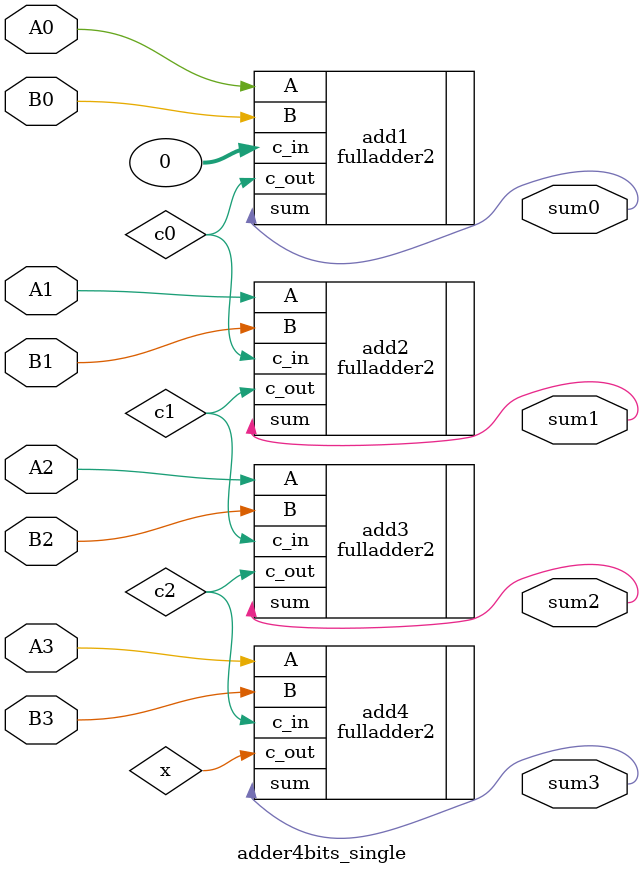
<source format=v>
module adder4bits_single(A3,A2,A1,A0,B3,B2,B1,B0,sum3,sum2,sum1,sum0);
input A3,A2,A1,A0;
input B3,B2,B1,B0;
output sum3,sum2,sum1,sum0;
wire c0,c1,c2;
fulladder2 add1(.A(A0),.B(B0),.sum(sum0),.c_in(0),.c_out(c0));
fulladder2 add2(.A(A1),.B(B1),.sum(sum1),.c_in(c0),.c_out(c1));
fulladder2 add3(.A(A2),.B(B2),.sum(sum2),.c_in(c1),.c_out(c2));
fulladder2 add4(.A(A3),.B(B3),.sum(sum3),.c_in(c2),.c_out(x));
endmodule
</source>
